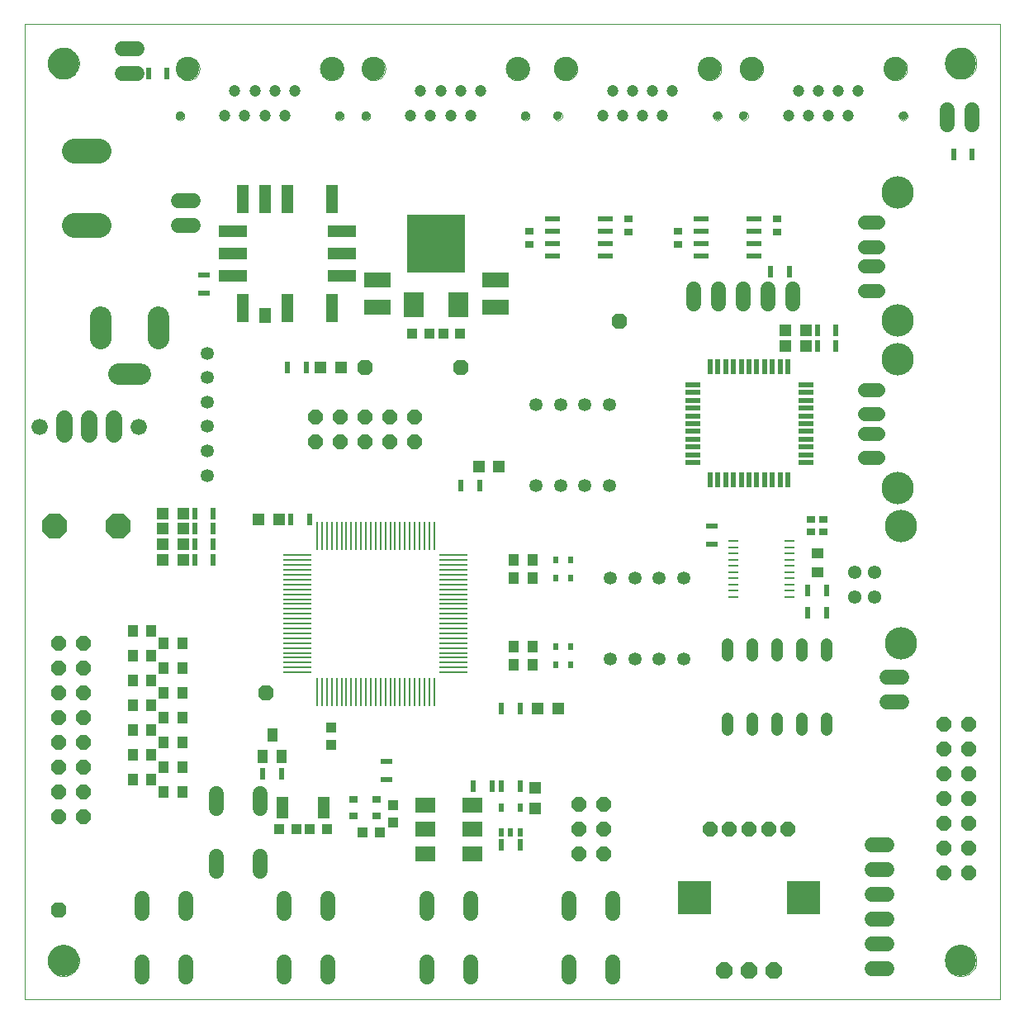
<source format=gts>
G75*
G70*
%OFA0B0*%
%FSLAX24Y24*%
%IPPOS*%
%LPD*%
%AMOC8*
5,1,8,0,0,1.08239X$1,22.5*
%
%ADD10C,0.0000*%
%ADD11C,0.1260*%
%ADD12R,0.0059X0.1181*%
%ADD13R,0.1181X0.0059*%
%ADD14R,0.0425X0.0413*%
%ADD15R,0.0512X0.0236*%
%ADD16R,0.0394X0.0551*%
%ADD17R,0.0236X0.0512*%
%ADD18C,0.0600*%
%ADD19C,0.0480*%
%ADD20C,0.0472*%
%ADD21C,0.0945*%
%ADD22C,0.0354*%
%ADD23OC8,0.0591*%
%ADD24R,0.0433X0.0512*%
%ADD25OC8,0.0660*%
%ADD26R,0.1378X0.1378*%
%ADD27R,0.0472X0.0472*%
%ADD28R,0.0591X0.0197*%
%ADD29R,0.0197X0.0591*%
%ADD30R,0.0413X0.0425*%
%ADD31R,0.0374X0.0295*%
%ADD32R,0.0224X0.0374*%
%ADD33OC8,0.0600*%
%ADD34R,0.0787X0.0591*%
%ADD35OC8,0.1000*%
%ADD36C,0.1000*%
%ADD37R,0.1181X0.0472*%
%ADD38R,0.0472X0.1181*%
%ADD39R,0.0472X0.0591*%
%ADD40C,0.0650*%
%ADD41C,0.0660*%
%ADD42R,0.2362X0.2362*%
%ADD43R,0.0787X0.0984*%
%ADD44R,0.1063X0.0630*%
%ADD45R,0.0610X0.0236*%
%ADD46R,0.0354X0.0276*%
%ADD47R,0.0410X0.0100*%
%ADD48C,0.0531*%
%ADD49R,0.0512X0.0866*%
%ADD50C,0.1306*%
%ADD51C,0.0543*%
%ADD52R,0.0512X0.0433*%
%ADD53C,0.0860*%
%ADD54C,0.0561*%
%ADD55OC8,0.0630*%
%ADD56R,0.0236X0.0315*%
D10*
X000950Y000139D02*
X000950Y039509D01*
X040320Y039509D01*
X040320Y000139D01*
X000950Y000139D01*
X001894Y001714D02*
X001896Y001764D01*
X001902Y001814D01*
X001912Y001863D01*
X001926Y001911D01*
X001943Y001958D01*
X001964Y002003D01*
X001989Y002047D01*
X002017Y002088D01*
X002049Y002127D01*
X002083Y002164D01*
X002120Y002198D01*
X002160Y002228D01*
X002202Y002255D01*
X002246Y002279D01*
X002292Y002300D01*
X002339Y002316D01*
X002387Y002329D01*
X002437Y002338D01*
X002486Y002343D01*
X002537Y002344D01*
X002587Y002341D01*
X002636Y002334D01*
X002685Y002323D01*
X002733Y002308D01*
X002779Y002290D01*
X002824Y002268D01*
X002867Y002242D01*
X002908Y002213D01*
X002947Y002181D01*
X002983Y002146D01*
X003015Y002108D01*
X003045Y002068D01*
X003072Y002025D01*
X003095Y001981D01*
X003114Y001935D01*
X003130Y001887D01*
X003142Y001838D01*
X003150Y001789D01*
X003154Y001739D01*
X003154Y001689D01*
X003150Y001639D01*
X003142Y001590D01*
X003130Y001541D01*
X003114Y001493D01*
X003095Y001447D01*
X003072Y001403D01*
X003045Y001360D01*
X003015Y001320D01*
X002983Y001282D01*
X002947Y001247D01*
X002908Y001215D01*
X002867Y001186D01*
X002824Y001160D01*
X002779Y001138D01*
X002733Y001120D01*
X002685Y001105D01*
X002636Y001094D01*
X002587Y001087D01*
X002537Y001084D01*
X002486Y001085D01*
X002437Y001090D01*
X002387Y001099D01*
X002339Y001112D01*
X002292Y001128D01*
X002246Y001149D01*
X002202Y001173D01*
X002160Y001200D01*
X002120Y001230D01*
X002083Y001264D01*
X002049Y001301D01*
X002017Y001340D01*
X001989Y001381D01*
X001964Y001425D01*
X001943Y001470D01*
X001926Y001517D01*
X001912Y001565D01*
X001902Y001614D01*
X001896Y001664D01*
X001894Y001714D01*
X007054Y035813D02*
X007056Y035839D01*
X007062Y035865D01*
X007072Y035890D01*
X007085Y035913D01*
X007101Y035933D01*
X007121Y035951D01*
X007143Y035966D01*
X007166Y035978D01*
X007192Y035986D01*
X007218Y035990D01*
X007244Y035990D01*
X007270Y035986D01*
X007296Y035978D01*
X007320Y035966D01*
X007341Y035951D01*
X007361Y035933D01*
X007377Y035913D01*
X007390Y035890D01*
X007400Y035865D01*
X007406Y035839D01*
X007408Y035813D01*
X007406Y035787D01*
X007400Y035761D01*
X007390Y035736D01*
X007377Y035713D01*
X007361Y035693D01*
X007341Y035675D01*
X007319Y035660D01*
X007296Y035648D01*
X007270Y035640D01*
X007244Y035636D01*
X007218Y035636D01*
X007192Y035640D01*
X007166Y035648D01*
X007142Y035660D01*
X007121Y035675D01*
X007101Y035693D01*
X007085Y035713D01*
X007072Y035736D01*
X007062Y035761D01*
X007056Y035787D01*
X007054Y035813D01*
X007074Y037718D02*
X007076Y037761D01*
X007082Y037803D01*
X007092Y037845D01*
X007105Y037886D01*
X007122Y037926D01*
X007143Y037963D01*
X007167Y037999D01*
X007194Y038032D01*
X007224Y038063D01*
X007257Y038091D01*
X007292Y038116D01*
X007329Y038137D01*
X007368Y038155D01*
X007408Y038169D01*
X007450Y038180D01*
X007492Y038187D01*
X007535Y038190D01*
X007578Y038189D01*
X007621Y038184D01*
X007663Y038175D01*
X007704Y038163D01*
X007744Y038147D01*
X007782Y038127D01*
X007818Y038104D01*
X007852Y038077D01*
X007884Y038048D01*
X007912Y038016D01*
X007938Y037981D01*
X007960Y037945D01*
X007979Y037906D01*
X007994Y037866D01*
X008006Y037825D01*
X008014Y037782D01*
X008018Y037739D01*
X008018Y037697D01*
X008014Y037654D01*
X008006Y037611D01*
X007994Y037570D01*
X007979Y037530D01*
X007960Y037491D01*
X007938Y037455D01*
X007912Y037420D01*
X007884Y037388D01*
X007852Y037359D01*
X007818Y037332D01*
X007782Y037309D01*
X007744Y037289D01*
X007704Y037273D01*
X007663Y037261D01*
X007621Y037252D01*
X007578Y037247D01*
X007535Y037246D01*
X007492Y037249D01*
X007450Y037256D01*
X007408Y037267D01*
X007368Y037281D01*
X007329Y037299D01*
X007292Y037320D01*
X007257Y037345D01*
X007224Y037373D01*
X007194Y037404D01*
X007167Y037437D01*
X007143Y037473D01*
X007122Y037510D01*
X007105Y037550D01*
X007092Y037591D01*
X007082Y037633D01*
X007076Y037675D01*
X007074Y037718D01*
X001894Y037935D02*
X001896Y037985D01*
X001902Y038035D01*
X001912Y038084D01*
X001926Y038132D01*
X001943Y038179D01*
X001964Y038224D01*
X001989Y038268D01*
X002017Y038309D01*
X002049Y038348D01*
X002083Y038385D01*
X002120Y038419D01*
X002160Y038449D01*
X002202Y038476D01*
X002246Y038500D01*
X002292Y038521D01*
X002339Y038537D01*
X002387Y038550D01*
X002437Y038559D01*
X002486Y038564D01*
X002537Y038565D01*
X002587Y038562D01*
X002636Y038555D01*
X002685Y038544D01*
X002733Y038529D01*
X002779Y038511D01*
X002824Y038489D01*
X002867Y038463D01*
X002908Y038434D01*
X002947Y038402D01*
X002983Y038367D01*
X003015Y038329D01*
X003045Y038289D01*
X003072Y038246D01*
X003095Y038202D01*
X003114Y038156D01*
X003130Y038108D01*
X003142Y038059D01*
X003150Y038010D01*
X003154Y037960D01*
X003154Y037910D01*
X003150Y037860D01*
X003142Y037811D01*
X003130Y037762D01*
X003114Y037714D01*
X003095Y037668D01*
X003072Y037624D01*
X003045Y037581D01*
X003015Y037541D01*
X002983Y037503D01*
X002947Y037468D01*
X002908Y037436D01*
X002867Y037407D01*
X002824Y037381D01*
X002779Y037359D01*
X002733Y037341D01*
X002685Y037326D01*
X002636Y037315D01*
X002587Y037308D01*
X002537Y037305D01*
X002486Y037306D01*
X002437Y037311D01*
X002387Y037320D01*
X002339Y037333D01*
X002292Y037349D01*
X002246Y037370D01*
X002202Y037394D01*
X002160Y037421D01*
X002120Y037451D01*
X002083Y037485D01*
X002049Y037522D01*
X002017Y037561D01*
X001989Y037602D01*
X001964Y037646D01*
X001943Y037691D01*
X001926Y037738D01*
X001912Y037786D01*
X001902Y037835D01*
X001896Y037885D01*
X001894Y037935D01*
X012881Y037718D02*
X012883Y037761D01*
X012889Y037803D01*
X012899Y037845D01*
X012912Y037886D01*
X012929Y037926D01*
X012950Y037963D01*
X012974Y037999D01*
X013001Y038032D01*
X013031Y038063D01*
X013064Y038091D01*
X013099Y038116D01*
X013136Y038137D01*
X013175Y038155D01*
X013215Y038169D01*
X013257Y038180D01*
X013299Y038187D01*
X013342Y038190D01*
X013385Y038189D01*
X013428Y038184D01*
X013470Y038175D01*
X013511Y038163D01*
X013551Y038147D01*
X013589Y038127D01*
X013625Y038104D01*
X013659Y038077D01*
X013691Y038048D01*
X013719Y038016D01*
X013745Y037981D01*
X013767Y037945D01*
X013786Y037906D01*
X013801Y037866D01*
X013813Y037825D01*
X013821Y037782D01*
X013825Y037739D01*
X013825Y037697D01*
X013821Y037654D01*
X013813Y037611D01*
X013801Y037570D01*
X013786Y037530D01*
X013767Y037491D01*
X013745Y037455D01*
X013719Y037420D01*
X013691Y037388D01*
X013659Y037359D01*
X013625Y037332D01*
X013589Y037309D01*
X013551Y037289D01*
X013511Y037273D01*
X013470Y037261D01*
X013428Y037252D01*
X013385Y037247D01*
X013342Y037246D01*
X013299Y037249D01*
X013257Y037256D01*
X013215Y037267D01*
X013175Y037281D01*
X013136Y037299D01*
X013099Y037320D01*
X013064Y037345D01*
X013031Y037373D01*
X013001Y037404D01*
X012974Y037437D01*
X012950Y037473D01*
X012929Y037510D01*
X012912Y037550D01*
X012899Y037591D01*
X012889Y037633D01*
X012883Y037675D01*
X012881Y037718D01*
X013491Y035813D02*
X013493Y035839D01*
X013499Y035865D01*
X013509Y035890D01*
X013522Y035913D01*
X013538Y035933D01*
X013558Y035951D01*
X013580Y035966D01*
X013603Y035978D01*
X013629Y035986D01*
X013655Y035990D01*
X013681Y035990D01*
X013707Y035986D01*
X013733Y035978D01*
X013757Y035966D01*
X013778Y035951D01*
X013798Y035933D01*
X013814Y035913D01*
X013827Y035890D01*
X013837Y035865D01*
X013843Y035839D01*
X013845Y035813D01*
X013843Y035787D01*
X013837Y035761D01*
X013827Y035736D01*
X013814Y035713D01*
X013798Y035693D01*
X013778Y035675D01*
X013756Y035660D01*
X013733Y035648D01*
X013707Y035640D01*
X013681Y035636D01*
X013655Y035636D01*
X013629Y035640D01*
X013603Y035648D01*
X013579Y035660D01*
X013558Y035675D01*
X013538Y035693D01*
X013522Y035713D01*
X013509Y035736D01*
X013499Y035761D01*
X013493Y035787D01*
X013491Y035813D01*
X014554Y035813D02*
X014556Y035839D01*
X014562Y035865D01*
X014572Y035890D01*
X014585Y035913D01*
X014601Y035933D01*
X014621Y035951D01*
X014643Y035966D01*
X014666Y035978D01*
X014692Y035986D01*
X014718Y035990D01*
X014744Y035990D01*
X014770Y035986D01*
X014796Y035978D01*
X014820Y035966D01*
X014841Y035951D01*
X014861Y035933D01*
X014877Y035913D01*
X014890Y035890D01*
X014900Y035865D01*
X014906Y035839D01*
X014908Y035813D01*
X014906Y035787D01*
X014900Y035761D01*
X014890Y035736D01*
X014877Y035713D01*
X014861Y035693D01*
X014841Y035675D01*
X014819Y035660D01*
X014796Y035648D01*
X014770Y035640D01*
X014744Y035636D01*
X014718Y035636D01*
X014692Y035640D01*
X014666Y035648D01*
X014642Y035660D01*
X014621Y035675D01*
X014601Y035693D01*
X014585Y035713D01*
X014572Y035736D01*
X014562Y035761D01*
X014556Y035787D01*
X014554Y035813D01*
X014574Y037718D02*
X014576Y037761D01*
X014582Y037803D01*
X014592Y037845D01*
X014605Y037886D01*
X014622Y037926D01*
X014643Y037963D01*
X014667Y037999D01*
X014694Y038032D01*
X014724Y038063D01*
X014757Y038091D01*
X014792Y038116D01*
X014829Y038137D01*
X014868Y038155D01*
X014908Y038169D01*
X014950Y038180D01*
X014992Y038187D01*
X015035Y038190D01*
X015078Y038189D01*
X015121Y038184D01*
X015163Y038175D01*
X015204Y038163D01*
X015244Y038147D01*
X015282Y038127D01*
X015318Y038104D01*
X015352Y038077D01*
X015384Y038048D01*
X015412Y038016D01*
X015438Y037981D01*
X015460Y037945D01*
X015479Y037906D01*
X015494Y037866D01*
X015506Y037825D01*
X015514Y037782D01*
X015518Y037739D01*
X015518Y037697D01*
X015514Y037654D01*
X015506Y037611D01*
X015494Y037570D01*
X015479Y037530D01*
X015460Y037491D01*
X015438Y037455D01*
X015412Y037420D01*
X015384Y037388D01*
X015352Y037359D01*
X015318Y037332D01*
X015282Y037309D01*
X015244Y037289D01*
X015204Y037273D01*
X015163Y037261D01*
X015121Y037252D01*
X015078Y037247D01*
X015035Y037246D01*
X014992Y037249D01*
X014950Y037256D01*
X014908Y037267D01*
X014868Y037281D01*
X014829Y037299D01*
X014792Y037320D01*
X014757Y037345D01*
X014724Y037373D01*
X014694Y037404D01*
X014667Y037437D01*
X014643Y037473D01*
X014622Y037510D01*
X014605Y037550D01*
X014592Y037591D01*
X014582Y037633D01*
X014576Y037675D01*
X014574Y037718D01*
X020381Y037718D02*
X020383Y037761D01*
X020389Y037803D01*
X020399Y037845D01*
X020412Y037886D01*
X020429Y037926D01*
X020450Y037963D01*
X020474Y037999D01*
X020501Y038032D01*
X020531Y038063D01*
X020564Y038091D01*
X020599Y038116D01*
X020636Y038137D01*
X020675Y038155D01*
X020715Y038169D01*
X020757Y038180D01*
X020799Y038187D01*
X020842Y038190D01*
X020885Y038189D01*
X020928Y038184D01*
X020970Y038175D01*
X021011Y038163D01*
X021051Y038147D01*
X021089Y038127D01*
X021125Y038104D01*
X021159Y038077D01*
X021191Y038048D01*
X021219Y038016D01*
X021245Y037981D01*
X021267Y037945D01*
X021286Y037906D01*
X021301Y037866D01*
X021313Y037825D01*
X021321Y037782D01*
X021325Y037739D01*
X021325Y037697D01*
X021321Y037654D01*
X021313Y037611D01*
X021301Y037570D01*
X021286Y037530D01*
X021267Y037491D01*
X021245Y037455D01*
X021219Y037420D01*
X021191Y037388D01*
X021159Y037359D01*
X021125Y037332D01*
X021089Y037309D01*
X021051Y037289D01*
X021011Y037273D01*
X020970Y037261D01*
X020928Y037252D01*
X020885Y037247D01*
X020842Y037246D01*
X020799Y037249D01*
X020757Y037256D01*
X020715Y037267D01*
X020675Y037281D01*
X020636Y037299D01*
X020599Y037320D01*
X020564Y037345D01*
X020531Y037373D01*
X020501Y037404D01*
X020474Y037437D01*
X020450Y037473D01*
X020429Y037510D01*
X020412Y037550D01*
X020399Y037591D01*
X020389Y037633D01*
X020383Y037675D01*
X020381Y037718D01*
X020991Y035813D02*
X020993Y035839D01*
X020999Y035865D01*
X021009Y035890D01*
X021022Y035913D01*
X021038Y035933D01*
X021058Y035951D01*
X021080Y035966D01*
X021103Y035978D01*
X021129Y035986D01*
X021155Y035990D01*
X021181Y035990D01*
X021207Y035986D01*
X021233Y035978D01*
X021257Y035966D01*
X021278Y035951D01*
X021298Y035933D01*
X021314Y035913D01*
X021327Y035890D01*
X021337Y035865D01*
X021343Y035839D01*
X021345Y035813D01*
X021343Y035787D01*
X021337Y035761D01*
X021327Y035736D01*
X021314Y035713D01*
X021298Y035693D01*
X021278Y035675D01*
X021256Y035660D01*
X021233Y035648D01*
X021207Y035640D01*
X021181Y035636D01*
X021155Y035636D01*
X021129Y035640D01*
X021103Y035648D01*
X021079Y035660D01*
X021058Y035675D01*
X021038Y035693D01*
X021022Y035713D01*
X021009Y035736D01*
X020999Y035761D01*
X020993Y035787D01*
X020991Y035813D01*
X022304Y035813D02*
X022306Y035839D01*
X022312Y035865D01*
X022322Y035890D01*
X022335Y035913D01*
X022351Y035933D01*
X022371Y035951D01*
X022393Y035966D01*
X022416Y035978D01*
X022442Y035986D01*
X022468Y035990D01*
X022494Y035990D01*
X022520Y035986D01*
X022546Y035978D01*
X022570Y035966D01*
X022591Y035951D01*
X022611Y035933D01*
X022627Y035913D01*
X022640Y035890D01*
X022650Y035865D01*
X022656Y035839D01*
X022658Y035813D01*
X022656Y035787D01*
X022650Y035761D01*
X022640Y035736D01*
X022627Y035713D01*
X022611Y035693D01*
X022591Y035675D01*
X022569Y035660D01*
X022546Y035648D01*
X022520Y035640D01*
X022494Y035636D01*
X022468Y035636D01*
X022442Y035640D01*
X022416Y035648D01*
X022392Y035660D01*
X022371Y035675D01*
X022351Y035693D01*
X022335Y035713D01*
X022322Y035736D01*
X022312Y035761D01*
X022306Y035787D01*
X022304Y035813D01*
X022324Y037718D02*
X022326Y037761D01*
X022332Y037803D01*
X022342Y037845D01*
X022355Y037886D01*
X022372Y037926D01*
X022393Y037963D01*
X022417Y037999D01*
X022444Y038032D01*
X022474Y038063D01*
X022507Y038091D01*
X022542Y038116D01*
X022579Y038137D01*
X022618Y038155D01*
X022658Y038169D01*
X022700Y038180D01*
X022742Y038187D01*
X022785Y038190D01*
X022828Y038189D01*
X022871Y038184D01*
X022913Y038175D01*
X022954Y038163D01*
X022994Y038147D01*
X023032Y038127D01*
X023068Y038104D01*
X023102Y038077D01*
X023134Y038048D01*
X023162Y038016D01*
X023188Y037981D01*
X023210Y037945D01*
X023229Y037906D01*
X023244Y037866D01*
X023256Y037825D01*
X023264Y037782D01*
X023268Y037739D01*
X023268Y037697D01*
X023264Y037654D01*
X023256Y037611D01*
X023244Y037570D01*
X023229Y037530D01*
X023210Y037491D01*
X023188Y037455D01*
X023162Y037420D01*
X023134Y037388D01*
X023102Y037359D01*
X023068Y037332D01*
X023032Y037309D01*
X022994Y037289D01*
X022954Y037273D01*
X022913Y037261D01*
X022871Y037252D01*
X022828Y037247D01*
X022785Y037246D01*
X022742Y037249D01*
X022700Y037256D01*
X022658Y037267D01*
X022618Y037281D01*
X022579Y037299D01*
X022542Y037320D01*
X022507Y037345D01*
X022474Y037373D01*
X022444Y037404D01*
X022417Y037437D01*
X022393Y037473D01*
X022372Y037510D01*
X022355Y037550D01*
X022342Y037591D01*
X022332Y037633D01*
X022326Y037675D01*
X022324Y037718D01*
X028131Y037718D02*
X028133Y037761D01*
X028139Y037803D01*
X028149Y037845D01*
X028162Y037886D01*
X028179Y037926D01*
X028200Y037963D01*
X028224Y037999D01*
X028251Y038032D01*
X028281Y038063D01*
X028314Y038091D01*
X028349Y038116D01*
X028386Y038137D01*
X028425Y038155D01*
X028465Y038169D01*
X028507Y038180D01*
X028549Y038187D01*
X028592Y038190D01*
X028635Y038189D01*
X028678Y038184D01*
X028720Y038175D01*
X028761Y038163D01*
X028801Y038147D01*
X028839Y038127D01*
X028875Y038104D01*
X028909Y038077D01*
X028941Y038048D01*
X028969Y038016D01*
X028995Y037981D01*
X029017Y037945D01*
X029036Y037906D01*
X029051Y037866D01*
X029063Y037825D01*
X029071Y037782D01*
X029075Y037739D01*
X029075Y037697D01*
X029071Y037654D01*
X029063Y037611D01*
X029051Y037570D01*
X029036Y037530D01*
X029017Y037491D01*
X028995Y037455D01*
X028969Y037420D01*
X028941Y037388D01*
X028909Y037359D01*
X028875Y037332D01*
X028839Y037309D01*
X028801Y037289D01*
X028761Y037273D01*
X028720Y037261D01*
X028678Y037252D01*
X028635Y037247D01*
X028592Y037246D01*
X028549Y037249D01*
X028507Y037256D01*
X028465Y037267D01*
X028425Y037281D01*
X028386Y037299D01*
X028349Y037320D01*
X028314Y037345D01*
X028281Y037373D01*
X028251Y037404D01*
X028224Y037437D01*
X028200Y037473D01*
X028179Y037510D01*
X028162Y037550D01*
X028149Y037591D01*
X028139Y037633D01*
X028133Y037675D01*
X028131Y037718D01*
X028741Y035813D02*
X028743Y035839D01*
X028749Y035865D01*
X028759Y035890D01*
X028772Y035913D01*
X028788Y035933D01*
X028808Y035951D01*
X028830Y035966D01*
X028853Y035978D01*
X028879Y035986D01*
X028905Y035990D01*
X028931Y035990D01*
X028957Y035986D01*
X028983Y035978D01*
X029007Y035966D01*
X029028Y035951D01*
X029048Y035933D01*
X029064Y035913D01*
X029077Y035890D01*
X029087Y035865D01*
X029093Y035839D01*
X029095Y035813D01*
X029093Y035787D01*
X029087Y035761D01*
X029077Y035736D01*
X029064Y035713D01*
X029048Y035693D01*
X029028Y035675D01*
X029006Y035660D01*
X028983Y035648D01*
X028957Y035640D01*
X028931Y035636D01*
X028905Y035636D01*
X028879Y035640D01*
X028853Y035648D01*
X028829Y035660D01*
X028808Y035675D01*
X028788Y035693D01*
X028772Y035713D01*
X028759Y035736D01*
X028749Y035761D01*
X028743Y035787D01*
X028741Y035813D01*
X029804Y035813D02*
X029806Y035839D01*
X029812Y035865D01*
X029822Y035890D01*
X029835Y035913D01*
X029851Y035933D01*
X029871Y035951D01*
X029893Y035966D01*
X029916Y035978D01*
X029942Y035986D01*
X029968Y035990D01*
X029994Y035990D01*
X030020Y035986D01*
X030046Y035978D01*
X030070Y035966D01*
X030091Y035951D01*
X030111Y035933D01*
X030127Y035913D01*
X030140Y035890D01*
X030150Y035865D01*
X030156Y035839D01*
X030158Y035813D01*
X030156Y035787D01*
X030150Y035761D01*
X030140Y035736D01*
X030127Y035713D01*
X030111Y035693D01*
X030091Y035675D01*
X030069Y035660D01*
X030046Y035648D01*
X030020Y035640D01*
X029994Y035636D01*
X029968Y035636D01*
X029942Y035640D01*
X029916Y035648D01*
X029892Y035660D01*
X029871Y035675D01*
X029851Y035693D01*
X029835Y035713D01*
X029822Y035736D01*
X029812Y035761D01*
X029806Y035787D01*
X029804Y035813D01*
X029824Y037718D02*
X029826Y037761D01*
X029832Y037803D01*
X029842Y037845D01*
X029855Y037886D01*
X029872Y037926D01*
X029893Y037963D01*
X029917Y037999D01*
X029944Y038032D01*
X029974Y038063D01*
X030007Y038091D01*
X030042Y038116D01*
X030079Y038137D01*
X030118Y038155D01*
X030158Y038169D01*
X030200Y038180D01*
X030242Y038187D01*
X030285Y038190D01*
X030328Y038189D01*
X030371Y038184D01*
X030413Y038175D01*
X030454Y038163D01*
X030494Y038147D01*
X030532Y038127D01*
X030568Y038104D01*
X030602Y038077D01*
X030634Y038048D01*
X030662Y038016D01*
X030688Y037981D01*
X030710Y037945D01*
X030729Y037906D01*
X030744Y037866D01*
X030756Y037825D01*
X030764Y037782D01*
X030768Y037739D01*
X030768Y037697D01*
X030764Y037654D01*
X030756Y037611D01*
X030744Y037570D01*
X030729Y037530D01*
X030710Y037491D01*
X030688Y037455D01*
X030662Y037420D01*
X030634Y037388D01*
X030602Y037359D01*
X030568Y037332D01*
X030532Y037309D01*
X030494Y037289D01*
X030454Y037273D01*
X030413Y037261D01*
X030371Y037252D01*
X030328Y037247D01*
X030285Y037246D01*
X030242Y037249D01*
X030200Y037256D01*
X030158Y037267D01*
X030118Y037281D01*
X030079Y037299D01*
X030042Y037320D01*
X030007Y037345D01*
X029974Y037373D01*
X029944Y037404D01*
X029917Y037437D01*
X029893Y037473D01*
X029872Y037510D01*
X029855Y037550D01*
X029842Y037591D01*
X029832Y037633D01*
X029826Y037675D01*
X029824Y037718D01*
X035631Y037718D02*
X035633Y037761D01*
X035639Y037803D01*
X035649Y037845D01*
X035662Y037886D01*
X035679Y037926D01*
X035700Y037963D01*
X035724Y037999D01*
X035751Y038032D01*
X035781Y038063D01*
X035814Y038091D01*
X035849Y038116D01*
X035886Y038137D01*
X035925Y038155D01*
X035965Y038169D01*
X036007Y038180D01*
X036049Y038187D01*
X036092Y038190D01*
X036135Y038189D01*
X036178Y038184D01*
X036220Y038175D01*
X036261Y038163D01*
X036301Y038147D01*
X036339Y038127D01*
X036375Y038104D01*
X036409Y038077D01*
X036441Y038048D01*
X036469Y038016D01*
X036495Y037981D01*
X036517Y037945D01*
X036536Y037906D01*
X036551Y037866D01*
X036563Y037825D01*
X036571Y037782D01*
X036575Y037739D01*
X036575Y037697D01*
X036571Y037654D01*
X036563Y037611D01*
X036551Y037570D01*
X036536Y037530D01*
X036517Y037491D01*
X036495Y037455D01*
X036469Y037420D01*
X036441Y037388D01*
X036409Y037359D01*
X036375Y037332D01*
X036339Y037309D01*
X036301Y037289D01*
X036261Y037273D01*
X036220Y037261D01*
X036178Y037252D01*
X036135Y037247D01*
X036092Y037246D01*
X036049Y037249D01*
X036007Y037256D01*
X035965Y037267D01*
X035925Y037281D01*
X035886Y037299D01*
X035849Y037320D01*
X035814Y037345D01*
X035781Y037373D01*
X035751Y037404D01*
X035724Y037437D01*
X035700Y037473D01*
X035679Y037510D01*
X035662Y037550D01*
X035649Y037591D01*
X035639Y037633D01*
X035633Y037675D01*
X035631Y037718D01*
X036241Y035813D02*
X036243Y035839D01*
X036249Y035865D01*
X036259Y035890D01*
X036272Y035913D01*
X036288Y035933D01*
X036308Y035951D01*
X036330Y035966D01*
X036353Y035978D01*
X036379Y035986D01*
X036405Y035990D01*
X036431Y035990D01*
X036457Y035986D01*
X036483Y035978D01*
X036507Y035966D01*
X036528Y035951D01*
X036548Y035933D01*
X036564Y035913D01*
X036577Y035890D01*
X036587Y035865D01*
X036593Y035839D01*
X036595Y035813D01*
X036593Y035787D01*
X036587Y035761D01*
X036577Y035736D01*
X036564Y035713D01*
X036548Y035693D01*
X036528Y035675D01*
X036506Y035660D01*
X036483Y035648D01*
X036457Y035640D01*
X036431Y035636D01*
X036405Y035636D01*
X036379Y035640D01*
X036353Y035648D01*
X036329Y035660D01*
X036308Y035675D01*
X036288Y035693D01*
X036272Y035713D01*
X036259Y035736D01*
X036249Y035761D01*
X036243Y035787D01*
X036241Y035813D01*
X038115Y037935D02*
X038117Y037985D01*
X038123Y038035D01*
X038133Y038084D01*
X038147Y038132D01*
X038164Y038179D01*
X038185Y038224D01*
X038210Y038268D01*
X038238Y038309D01*
X038270Y038348D01*
X038304Y038385D01*
X038341Y038419D01*
X038381Y038449D01*
X038423Y038476D01*
X038467Y038500D01*
X038513Y038521D01*
X038560Y038537D01*
X038608Y038550D01*
X038658Y038559D01*
X038707Y038564D01*
X038758Y038565D01*
X038808Y038562D01*
X038857Y038555D01*
X038906Y038544D01*
X038954Y038529D01*
X039000Y038511D01*
X039045Y038489D01*
X039088Y038463D01*
X039129Y038434D01*
X039168Y038402D01*
X039204Y038367D01*
X039236Y038329D01*
X039266Y038289D01*
X039293Y038246D01*
X039316Y038202D01*
X039335Y038156D01*
X039351Y038108D01*
X039363Y038059D01*
X039371Y038010D01*
X039375Y037960D01*
X039375Y037910D01*
X039371Y037860D01*
X039363Y037811D01*
X039351Y037762D01*
X039335Y037714D01*
X039316Y037668D01*
X039293Y037624D01*
X039266Y037581D01*
X039236Y037541D01*
X039204Y037503D01*
X039168Y037468D01*
X039129Y037436D01*
X039088Y037407D01*
X039045Y037381D01*
X039000Y037359D01*
X038954Y037341D01*
X038906Y037326D01*
X038857Y037315D01*
X038808Y037308D01*
X038758Y037305D01*
X038707Y037306D01*
X038658Y037311D01*
X038608Y037320D01*
X038560Y037333D01*
X038513Y037349D01*
X038467Y037370D01*
X038423Y037394D01*
X038381Y037421D01*
X038341Y037451D01*
X038304Y037485D01*
X038270Y037522D01*
X038238Y037561D01*
X038210Y037602D01*
X038185Y037646D01*
X038164Y037691D01*
X038147Y037738D01*
X038133Y037786D01*
X038123Y037835D01*
X038117Y037885D01*
X038115Y037935D01*
X038115Y001714D02*
X038117Y001764D01*
X038123Y001814D01*
X038133Y001863D01*
X038147Y001911D01*
X038164Y001958D01*
X038185Y002003D01*
X038210Y002047D01*
X038238Y002088D01*
X038270Y002127D01*
X038304Y002164D01*
X038341Y002198D01*
X038381Y002228D01*
X038423Y002255D01*
X038467Y002279D01*
X038513Y002300D01*
X038560Y002316D01*
X038608Y002329D01*
X038658Y002338D01*
X038707Y002343D01*
X038758Y002344D01*
X038808Y002341D01*
X038857Y002334D01*
X038906Y002323D01*
X038954Y002308D01*
X039000Y002290D01*
X039045Y002268D01*
X039088Y002242D01*
X039129Y002213D01*
X039168Y002181D01*
X039204Y002146D01*
X039236Y002108D01*
X039266Y002068D01*
X039293Y002025D01*
X039316Y001981D01*
X039335Y001935D01*
X039351Y001887D01*
X039363Y001838D01*
X039371Y001789D01*
X039375Y001739D01*
X039375Y001689D01*
X039371Y001639D01*
X039363Y001590D01*
X039351Y001541D01*
X039335Y001493D01*
X039316Y001447D01*
X039293Y001403D01*
X039266Y001360D01*
X039236Y001320D01*
X039204Y001282D01*
X039168Y001247D01*
X039129Y001215D01*
X039088Y001186D01*
X039045Y001160D01*
X039000Y001138D01*
X038954Y001120D01*
X038906Y001105D01*
X038857Y001094D01*
X038808Y001087D01*
X038758Y001084D01*
X038707Y001085D01*
X038658Y001090D01*
X038608Y001099D01*
X038560Y001112D01*
X038513Y001128D01*
X038467Y001149D01*
X038423Y001173D01*
X038381Y001200D01*
X038341Y001230D01*
X038304Y001264D01*
X038270Y001301D01*
X038238Y001340D01*
X038210Y001381D01*
X038185Y001425D01*
X038164Y001470D01*
X038147Y001517D01*
X038133Y001565D01*
X038123Y001614D01*
X038117Y001664D01*
X038115Y001714D01*
D11*
X038745Y001714D03*
X002524Y001714D03*
X002524Y037935D03*
X038745Y037935D03*
D12*
X017490Y018861D03*
X017293Y018861D03*
X017096Y018861D03*
X016899Y018861D03*
X016703Y018861D03*
X016506Y018861D03*
X016309Y018861D03*
X016112Y018861D03*
X015915Y018861D03*
X015718Y018861D03*
X015522Y018861D03*
X015325Y018861D03*
X015128Y018861D03*
X014931Y018861D03*
X014734Y018861D03*
X014537Y018861D03*
X014340Y018861D03*
X014144Y018861D03*
X013947Y018861D03*
X013750Y018861D03*
X013553Y018861D03*
X013356Y018861D03*
X013159Y018861D03*
X012962Y018861D03*
X012766Y018861D03*
X012766Y012562D03*
X012962Y012562D03*
X013159Y012562D03*
X013356Y012562D03*
X013553Y012562D03*
X013750Y012562D03*
X013947Y012562D03*
X014144Y012562D03*
X014340Y012562D03*
X014537Y012562D03*
X014734Y012562D03*
X014931Y012562D03*
X015128Y012562D03*
X015325Y012562D03*
X015522Y012562D03*
X015718Y012562D03*
X015915Y012562D03*
X016112Y012562D03*
X016309Y012562D03*
X016506Y012562D03*
X016703Y012562D03*
X016899Y012562D03*
X017096Y012562D03*
X017293Y012562D03*
X017490Y012562D03*
D13*
X018277Y013349D03*
X018277Y013546D03*
X018277Y013743D03*
X018277Y013940D03*
X018277Y014136D03*
X018277Y014333D03*
X018277Y014530D03*
X018277Y014727D03*
X018277Y014924D03*
X018277Y015121D03*
X018277Y015318D03*
X018277Y015514D03*
X018277Y015711D03*
X018277Y015908D03*
X018277Y016105D03*
X018277Y016302D03*
X018277Y016499D03*
X018277Y016695D03*
X018277Y016892D03*
X018277Y017089D03*
X018277Y017286D03*
X018277Y017483D03*
X018277Y017680D03*
X018277Y017877D03*
X018277Y018073D03*
X011978Y018073D03*
X011978Y017877D03*
X011978Y017680D03*
X011978Y017483D03*
X011978Y017286D03*
X011978Y017089D03*
X011978Y016892D03*
X011978Y016695D03*
X011978Y016499D03*
X011978Y016302D03*
X011978Y016105D03*
X011978Y015908D03*
X011978Y015711D03*
X011978Y015514D03*
X011978Y015318D03*
X011978Y015121D03*
X011978Y014924D03*
X011978Y014727D03*
X011978Y014530D03*
X011978Y014333D03*
X011978Y014136D03*
X011978Y013940D03*
X011978Y013743D03*
X011978Y013546D03*
X011978Y013349D03*
D14*
X013325Y011109D03*
X013325Y010420D03*
X015825Y007984D03*
X015825Y007295D03*
D15*
X015575Y009015D03*
X015575Y009763D03*
X028700Y018515D03*
X028700Y019263D03*
X008200Y028640D03*
X008200Y029388D03*
D16*
X010950Y010822D03*
X011324Y009956D03*
X010576Y009956D03*
D17*
X010576Y009264D03*
X011324Y009264D03*
X019076Y008764D03*
X019824Y008764D03*
X020201Y008764D03*
X020949Y008764D03*
X020949Y006389D03*
X020201Y006389D03*
X020201Y011889D03*
X020949Y011889D03*
X012449Y019514D03*
X011701Y019514D03*
X008574Y019764D03*
X008574Y019139D03*
X008574Y018514D03*
X008574Y017889D03*
X007826Y017889D03*
X007826Y018514D03*
X007826Y019139D03*
X007826Y019764D03*
X011576Y025639D03*
X012324Y025639D03*
X018576Y020889D03*
X019324Y020889D03*
X031076Y029514D03*
X031824Y029514D03*
X032951Y027139D03*
X032951Y026514D03*
X033699Y026514D03*
X033699Y027139D03*
X038451Y034264D03*
X039199Y034264D03*
X033324Y016639D03*
X032576Y016639D03*
X032576Y015764D03*
X033324Y015764D03*
X006699Y037514D03*
X005951Y037514D03*
D18*
X005500Y037514D02*
X004900Y037514D01*
X004900Y038514D02*
X005500Y038514D01*
X007150Y032389D02*
X007750Y032389D01*
X007750Y031389D02*
X007150Y031389D01*
X027950Y028814D02*
X027950Y028214D01*
X028950Y028214D02*
X028950Y028814D01*
X029950Y028814D02*
X029950Y028214D01*
X030950Y028214D02*
X030950Y028814D01*
X031950Y028814D02*
X031950Y028214D01*
X038200Y035464D02*
X038200Y036064D01*
X039200Y036064D02*
X039200Y035464D01*
X036375Y013139D02*
X035775Y013139D01*
X035775Y012139D02*
X036375Y012139D01*
X035750Y006389D02*
X035150Y006389D01*
X035150Y005389D02*
X035750Y005389D01*
X035750Y004389D02*
X035150Y004389D01*
X035150Y003389D02*
X035750Y003389D01*
X035750Y002389D02*
X035150Y002389D01*
X035150Y001389D02*
X035750Y001389D01*
X024715Y001659D02*
X024715Y001059D01*
X022935Y001059D02*
X022935Y001659D01*
X022935Y003619D02*
X022935Y004219D01*
X024715Y004219D02*
X024715Y003619D01*
X018965Y003619D02*
X018965Y004219D01*
X017185Y004219D02*
X017185Y003619D01*
X017185Y001659D02*
X017185Y001059D01*
X018965Y001059D02*
X018965Y001659D01*
X013215Y001659D02*
X013215Y001059D01*
X011435Y001059D02*
X011435Y001659D01*
X011435Y003619D02*
X011435Y004219D01*
X010465Y005309D02*
X010465Y005909D01*
X008685Y005909D02*
X008685Y005309D01*
X007465Y004219D02*
X007465Y003619D01*
X005685Y003619D02*
X005685Y004219D01*
X005685Y001659D02*
X005685Y001059D01*
X007465Y001059D02*
X007465Y001659D01*
X013215Y003619D02*
X013215Y004219D01*
X010465Y007869D02*
X010465Y008469D01*
X008685Y008469D02*
X008685Y007869D01*
D19*
X029325Y011024D02*
X029325Y011504D01*
X030325Y011504D02*
X030325Y011024D01*
X031325Y011024D02*
X031325Y011504D01*
X032325Y011504D02*
X032325Y011024D01*
X033325Y011024D02*
X033325Y011504D01*
X033325Y014024D02*
X033325Y014504D01*
X032325Y014504D02*
X032325Y014024D01*
X031325Y014024D02*
X031325Y014504D01*
X030325Y014504D02*
X030325Y014024D01*
X029325Y014024D02*
X029325Y014504D01*
D20*
X031794Y035813D03*
X032597Y035813D03*
X033400Y035813D03*
X034204Y035813D03*
X034605Y036813D03*
X033802Y036813D03*
X032999Y036813D03*
X032196Y036813D03*
X027105Y036813D03*
X026302Y036813D03*
X025499Y036813D03*
X024696Y036813D03*
X025097Y035813D03*
X024294Y035813D03*
X025900Y035813D03*
X026704Y035813D03*
X019355Y036813D03*
X018552Y036813D03*
X017749Y036813D03*
X016946Y036813D03*
X017347Y035813D03*
X016544Y035813D03*
X018150Y035813D03*
X018954Y035813D03*
X011855Y036813D03*
X011052Y036813D03*
X010249Y036813D03*
X009446Y036813D03*
X009847Y035813D03*
X009044Y035813D03*
X010650Y035813D03*
X011454Y035813D03*
D21*
X013353Y037718D03*
X015046Y037718D03*
X020853Y037718D03*
X022796Y037718D03*
X028603Y037718D03*
X030296Y037718D03*
X036103Y037718D03*
X007546Y037718D03*
D22*
X007231Y035813D03*
X013668Y035813D03*
X014731Y035813D03*
X021168Y035813D03*
X022481Y035813D03*
X028918Y035813D03*
X029981Y035813D03*
X036418Y035813D03*
D23*
X016700Y023639D03*
X016700Y022639D03*
X015700Y022639D03*
X014700Y022639D03*
X013700Y022639D03*
X013700Y023639D03*
X014700Y023639D03*
X015700Y023639D03*
X012700Y023639D03*
X012700Y022639D03*
X003325Y014514D03*
X003325Y013514D03*
X003325Y012514D03*
X003325Y011514D03*
X003325Y010514D03*
X003325Y009514D03*
X003325Y008514D03*
X003325Y007514D03*
X002325Y007514D03*
X002325Y008514D03*
X002325Y009514D03*
X002325Y010514D03*
X002325Y011514D03*
X002325Y012514D03*
X002325Y013514D03*
X002325Y014514D03*
X028625Y007020D03*
X029412Y007020D03*
X030200Y007020D03*
X030987Y007020D03*
X031774Y007020D03*
X038075Y007264D03*
X038075Y008264D03*
X039075Y008264D03*
X039075Y007264D03*
X039075Y006264D03*
X039075Y005264D03*
X038075Y005264D03*
X038075Y006264D03*
X038075Y009264D03*
X038075Y010264D03*
X039075Y010264D03*
X039075Y009264D03*
X039075Y011264D03*
X038075Y011264D03*
D24*
X021449Y013639D03*
X020701Y013639D03*
X020701Y014389D03*
X021449Y014389D03*
X021449Y017139D03*
X020701Y017139D03*
X020701Y017889D03*
X021449Y017889D03*
X007324Y014514D03*
X006576Y014514D03*
X006074Y014014D03*
X006576Y013514D03*
X006074Y013014D03*
X006576Y012514D03*
X006074Y012014D03*
X006576Y011514D03*
X006074Y011014D03*
X006576Y010514D03*
X006074Y010014D03*
X006576Y009514D03*
X006074Y009014D03*
X006576Y008514D03*
X007324Y008514D03*
X007324Y009514D03*
X007324Y010514D03*
X007324Y011514D03*
X007324Y012514D03*
X007324Y013514D03*
X006074Y015014D03*
X005326Y015014D03*
X005326Y014014D03*
X005326Y013014D03*
X005326Y012014D03*
X005326Y011014D03*
X005326Y010014D03*
X005326Y009014D03*
D25*
X029215Y001312D03*
X030200Y001312D03*
X031184Y001312D03*
D26*
X032404Y004264D03*
X027995Y004264D03*
D27*
X021575Y007851D03*
X021575Y008678D03*
X021661Y011889D03*
X022488Y011889D03*
X020113Y021639D03*
X019286Y021639D03*
X013738Y025639D03*
X012911Y025639D03*
X011238Y019514D03*
X010411Y019514D03*
X007363Y019764D03*
X007363Y019139D03*
X007363Y018514D03*
X007363Y017889D03*
X006536Y017889D03*
X006536Y018514D03*
X006536Y019139D03*
X006536Y019764D03*
X031661Y026514D03*
X031661Y027139D03*
X032488Y027139D03*
X032488Y026514D03*
D28*
X032483Y024964D03*
X032483Y024649D03*
X032483Y024334D03*
X032483Y024019D03*
X032483Y023704D03*
X032483Y023389D03*
X032483Y023074D03*
X032483Y022759D03*
X032483Y022444D03*
X032483Y022130D03*
X032483Y021815D03*
X027916Y021815D03*
X027916Y022130D03*
X027916Y022444D03*
X027916Y022759D03*
X027916Y023074D03*
X027916Y023389D03*
X027916Y023704D03*
X027916Y024019D03*
X027916Y024334D03*
X027916Y024649D03*
X027916Y024964D03*
D29*
X028625Y025673D03*
X028940Y025673D03*
X029255Y025673D03*
X029570Y025673D03*
X029885Y025673D03*
X030200Y025673D03*
X030515Y025673D03*
X030830Y025673D03*
X031145Y025673D03*
X031460Y025673D03*
X031774Y025673D03*
X031774Y021106D03*
X031460Y021106D03*
X031145Y021106D03*
X030830Y021106D03*
X030515Y021106D03*
X030200Y021106D03*
X029885Y021106D03*
X029570Y021106D03*
X029255Y021106D03*
X028940Y021106D03*
X028625Y021106D03*
D30*
X018544Y027014D03*
X017855Y027014D03*
X017294Y027014D03*
X016605Y027014D03*
X015294Y006889D03*
X014605Y006889D03*
X013169Y007014D03*
X012480Y007014D03*
X011919Y007014D03*
X011230Y007014D03*
D31*
X014247Y007555D03*
X014247Y008224D03*
X015152Y008224D03*
X015152Y007555D03*
D32*
X020201Y007881D03*
X020949Y007881D03*
X020949Y006897D03*
X020575Y006897D03*
X020201Y006897D03*
D33*
X023325Y007014D03*
X023325Y006014D03*
X024325Y006014D03*
X024325Y007014D03*
X024325Y008014D03*
X023325Y008014D03*
D34*
X019020Y007999D03*
X019020Y007014D03*
X019020Y006030D03*
X017130Y006030D03*
X017130Y007014D03*
X017130Y007999D03*
D35*
X004730Y019264D03*
X002170Y019264D03*
D36*
X002950Y031389D02*
X003950Y031389D01*
X003950Y034389D02*
X002950Y034389D01*
D37*
X009370Y031166D03*
X009370Y030264D03*
X009370Y029363D03*
X013779Y029363D03*
X013779Y030264D03*
X013779Y031166D03*
D38*
X013378Y032469D03*
X011575Y032469D03*
X010673Y032469D03*
X009772Y032469D03*
X009772Y028060D03*
X011575Y028060D03*
X013378Y028060D03*
D39*
X010673Y027764D03*
D40*
X004575Y023589D02*
X004575Y022940D01*
X003575Y022940D02*
X003575Y023589D01*
X002575Y023589D02*
X002575Y022940D01*
D41*
X001575Y023264D03*
X005575Y023264D03*
D42*
X017575Y030650D03*
D43*
X018480Y028190D03*
X016669Y028190D03*
D44*
X015200Y028088D03*
X015200Y029191D03*
X019950Y029191D03*
X019950Y028088D03*
D45*
X022262Y030139D03*
X022262Y030639D03*
X022262Y031139D03*
X022262Y031639D03*
X024388Y031639D03*
X024388Y031139D03*
X024388Y030639D03*
X024388Y030139D03*
X028262Y030139D03*
X028262Y030639D03*
X028262Y031139D03*
X028262Y031639D03*
X030388Y031639D03*
X030388Y031139D03*
X030388Y030639D03*
X030388Y030139D03*
D46*
X031325Y031133D03*
X031325Y031645D03*
X027325Y031145D03*
X027325Y030633D03*
X025325Y031133D03*
X025325Y031645D03*
X021325Y031145D03*
X021325Y030633D03*
X032700Y019520D03*
X033200Y019520D03*
X033200Y019008D03*
X032700Y019008D03*
D47*
X031835Y018639D03*
X031835Y018389D03*
X031835Y018139D03*
X031835Y017889D03*
X031835Y017639D03*
X031835Y017389D03*
X031835Y017139D03*
X031835Y016889D03*
X031835Y016639D03*
X031835Y016389D03*
X029565Y016389D03*
X029565Y016639D03*
X029565Y016889D03*
X029565Y017139D03*
X029565Y017389D03*
X029565Y017639D03*
X029565Y017889D03*
X029565Y018139D03*
X029565Y018389D03*
X029565Y018639D03*
D48*
X027551Y017139D03*
X026567Y017139D03*
X025583Y017139D03*
X024598Y017139D03*
X024598Y013889D03*
X025583Y013889D03*
X026567Y013889D03*
X027551Y013889D03*
X024551Y020889D03*
X023567Y020889D03*
X022583Y020889D03*
X021598Y020889D03*
X021598Y024139D03*
X022583Y024139D03*
X023567Y024139D03*
X024551Y024139D03*
X008325Y024256D03*
X008325Y025241D03*
X008325Y026225D03*
X008325Y023272D03*
X008325Y022288D03*
X008325Y021304D03*
D49*
X011373Y007889D03*
X013026Y007889D03*
D50*
X036325Y014519D03*
X036325Y019259D03*
X036200Y020803D03*
X036200Y025976D03*
X036200Y027553D03*
X036200Y032726D03*
D51*
X035258Y017381D03*
X034470Y017381D03*
X034470Y016397D03*
X035258Y016397D03*
D52*
X032950Y017390D03*
X032950Y018138D03*
D53*
X006381Y026834D02*
X006381Y027694D01*
X004019Y027694D02*
X004019Y026834D01*
X004770Y025375D02*
X005630Y025375D01*
D54*
X034852Y024767D02*
X035413Y024767D01*
X035413Y023783D02*
X034852Y023783D01*
X034852Y022996D02*
X035413Y022996D01*
X035413Y022011D02*
X034852Y022011D01*
X034852Y028761D02*
X035413Y028761D01*
X035413Y029746D02*
X034852Y029746D01*
X034852Y030533D02*
X035413Y030533D01*
X035413Y031517D02*
X034852Y031517D01*
D55*
X024950Y027514D03*
X018575Y025639D03*
X014700Y025639D03*
X010700Y012514D03*
X002325Y003764D03*
D56*
X022385Y013639D03*
X023015Y013639D03*
X023015Y014389D03*
X022385Y014389D03*
X022385Y017139D03*
X023015Y017139D03*
X023015Y017889D03*
X022385Y017889D03*
M02*

</source>
